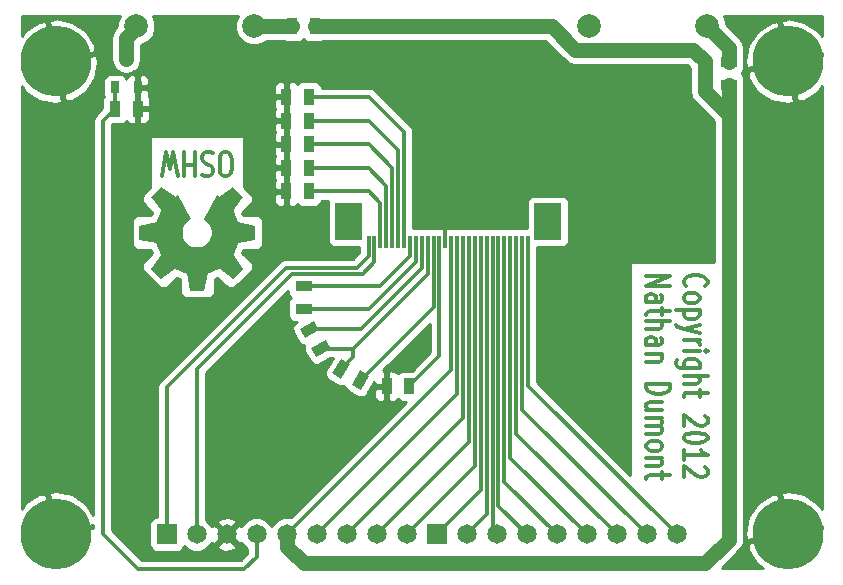
<source format=gtl>
G04 (created by PCBNEW-RS274X (2012-jan-04)-stable) date Tue 06 Mar 2012 12:01:17 GMT*
G01*
G70*
G90*
%MOIN*%
G04 Gerber Fmt 3.4, Leading zero omitted, Abs format*
%FSLAX34Y34*%
G04 APERTURE LIST*
%ADD10C,0.006000*%
%ADD11C,0.012000*%
%ADD12R,0.028000X0.039000*%
%ADD13R,0.035000X0.055000*%
%ADD14C,0.078700*%
%ADD15R,0.011800X0.043300*%
%ADD16R,0.055000X0.035000*%
%ADD17C,0.065000*%
%ADD18R,0.065000X0.065000*%
%ADD19C,0.236200*%
%ADD20C,0.011800*%
%ADD21C,0.050000*%
%ADD22C,0.010000*%
G04 APERTURE END LIST*
G54D10*
G54D11*
X50607Y-29020D02*
X50493Y-29020D01*
X50435Y-28982D01*
X50378Y-28906D01*
X50350Y-28754D01*
X50350Y-28487D01*
X50378Y-28334D01*
X50435Y-28258D01*
X50493Y-28220D01*
X50607Y-28220D01*
X50664Y-28258D01*
X50721Y-28334D01*
X50750Y-28487D01*
X50750Y-28754D01*
X50721Y-28906D01*
X50664Y-28982D01*
X50607Y-29020D01*
X50121Y-28258D02*
X50035Y-28220D01*
X49892Y-28220D01*
X49835Y-28258D01*
X49806Y-28296D01*
X49778Y-28373D01*
X49778Y-28449D01*
X49806Y-28525D01*
X49835Y-28563D01*
X49892Y-28601D01*
X50006Y-28639D01*
X50064Y-28677D01*
X50092Y-28715D01*
X50121Y-28792D01*
X50121Y-28868D01*
X50092Y-28944D01*
X50064Y-28982D01*
X50006Y-29020D01*
X49864Y-29020D01*
X49778Y-28982D01*
X49521Y-28220D02*
X49521Y-29020D01*
X49521Y-28639D02*
X49178Y-28639D01*
X49178Y-28220D02*
X49178Y-29020D01*
X48949Y-29020D02*
X48806Y-28220D01*
X48692Y-28792D01*
X48578Y-28220D01*
X48435Y-29020D01*
X65894Y-32690D02*
X65856Y-32661D01*
X65818Y-32575D01*
X65818Y-32518D01*
X65856Y-32433D01*
X65932Y-32375D01*
X66009Y-32347D01*
X66161Y-32318D01*
X66275Y-32318D01*
X66428Y-32347D01*
X66504Y-32375D01*
X66580Y-32433D01*
X66618Y-32518D01*
X66618Y-32575D01*
X66580Y-32661D01*
X66542Y-32690D01*
X65818Y-33033D02*
X65856Y-32975D01*
X65894Y-32947D01*
X65971Y-32918D01*
X66199Y-32918D01*
X66275Y-32947D01*
X66313Y-32975D01*
X66352Y-33033D01*
X66352Y-33118D01*
X66313Y-33175D01*
X66275Y-33204D01*
X66199Y-33233D01*
X65971Y-33233D01*
X65894Y-33204D01*
X65856Y-33175D01*
X65818Y-33118D01*
X65818Y-33033D01*
X66352Y-33490D02*
X65552Y-33490D01*
X66313Y-33490D02*
X66352Y-33547D01*
X66352Y-33661D01*
X66313Y-33718D01*
X66275Y-33747D01*
X66199Y-33776D01*
X65971Y-33776D01*
X65894Y-33747D01*
X65856Y-33718D01*
X65818Y-33661D01*
X65818Y-33547D01*
X65856Y-33490D01*
X66352Y-33976D02*
X65818Y-34119D01*
X66352Y-34261D02*
X65818Y-34119D01*
X65628Y-34061D01*
X65590Y-34033D01*
X65552Y-33976D01*
X65818Y-34490D02*
X66352Y-34490D01*
X66199Y-34490D02*
X66275Y-34518D01*
X66313Y-34547D01*
X66352Y-34604D01*
X66352Y-34661D01*
X65818Y-34861D02*
X66352Y-34861D01*
X66618Y-34861D02*
X66580Y-34832D01*
X66542Y-34861D01*
X66580Y-34889D01*
X66618Y-34861D01*
X66542Y-34861D01*
X66352Y-35404D02*
X65704Y-35404D01*
X65628Y-35375D01*
X65590Y-35347D01*
X65552Y-35290D01*
X65552Y-35204D01*
X65590Y-35147D01*
X65856Y-35404D02*
X65818Y-35347D01*
X65818Y-35233D01*
X65856Y-35175D01*
X65894Y-35147D01*
X65971Y-35118D01*
X66199Y-35118D01*
X66275Y-35147D01*
X66313Y-35175D01*
X66352Y-35233D01*
X66352Y-35347D01*
X66313Y-35404D01*
X65818Y-35690D02*
X66618Y-35690D01*
X65818Y-35947D02*
X66237Y-35947D01*
X66313Y-35918D01*
X66352Y-35861D01*
X66352Y-35776D01*
X66313Y-35718D01*
X66275Y-35690D01*
X66352Y-36147D02*
X66352Y-36376D01*
X66618Y-36233D02*
X65932Y-36233D01*
X65856Y-36261D01*
X65818Y-36319D01*
X65818Y-36376D01*
X66542Y-37004D02*
X66580Y-37033D01*
X66618Y-37090D01*
X66618Y-37233D01*
X66580Y-37290D01*
X66542Y-37319D01*
X66466Y-37347D01*
X66390Y-37347D01*
X66275Y-37319D01*
X65818Y-36976D01*
X65818Y-37347D01*
X66618Y-37718D02*
X66618Y-37775D01*
X66580Y-37832D01*
X66542Y-37861D01*
X66466Y-37890D01*
X66313Y-37918D01*
X66123Y-37918D01*
X65971Y-37890D01*
X65894Y-37861D01*
X65856Y-37832D01*
X65818Y-37775D01*
X65818Y-37718D01*
X65856Y-37661D01*
X65894Y-37632D01*
X65971Y-37604D01*
X66123Y-37575D01*
X66313Y-37575D01*
X66466Y-37604D01*
X66542Y-37632D01*
X66580Y-37661D01*
X66618Y-37718D01*
X65818Y-38489D02*
X65818Y-38146D01*
X65818Y-38318D02*
X66618Y-38318D01*
X66504Y-38261D01*
X66428Y-38203D01*
X66390Y-38146D01*
X66542Y-38717D02*
X66580Y-38746D01*
X66618Y-38803D01*
X66618Y-38946D01*
X66580Y-39003D01*
X66542Y-39032D01*
X66466Y-39060D01*
X66390Y-39060D01*
X66275Y-39032D01*
X65818Y-38689D01*
X65818Y-39060D01*
X64578Y-32344D02*
X65378Y-32344D01*
X64578Y-32687D01*
X65378Y-32687D01*
X64578Y-33230D02*
X64997Y-33230D01*
X65073Y-33201D01*
X65112Y-33144D01*
X65112Y-33030D01*
X65073Y-32973D01*
X64616Y-33230D02*
X64578Y-33173D01*
X64578Y-33030D01*
X64616Y-32973D01*
X64692Y-32944D01*
X64769Y-32944D01*
X64845Y-32973D01*
X64883Y-33030D01*
X64883Y-33173D01*
X64921Y-33230D01*
X65112Y-33430D02*
X65112Y-33659D01*
X65378Y-33516D02*
X64692Y-33516D01*
X64616Y-33544D01*
X64578Y-33602D01*
X64578Y-33659D01*
X64578Y-33859D02*
X65378Y-33859D01*
X64578Y-34116D02*
X64997Y-34116D01*
X65073Y-34087D01*
X65112Y-34030D01*
X65112Y-33945D01*
X65073Y-33887D01*
X65035Y-33859D01*
X64578Y-34659D02*
X64997Y-34659D01*
X65073Y-34630D01*
X65112Y-34573D01*
X65112Y-34459D01*
X65073Y-34402D01*
X64616Y-34659D02*
X64578Y-34602D01*
X64578Y-34459D01*
X64616Y-34402D01*
X64692Y-34373D01*
X64769Y-34373D01*
X64845Y-34402D01*
X64883Y-34459D01*
X64883Y-34602D01*
X64921Y-34659D01*
X65112Y-34945D02*
X64578Y-34945D01*
X65035Y-34945D02*
X65073Y-34973D01*
X65112Y-35031D01*
X65112Y-35116D01*
X65073Y-35173D01*
X64997Y-35202D01*
X64578Y-35202D01*
X64578Y-35945D02*
X65378Y-35945D01*
X65378Y-36088D01*
X65340Y-36173D01*
X65264Y-36231D01*
X65188Y-36259D01*
X65035Y-36288D01*
X64921Y-36288D01*
X64769Y-36259D01*
X64692Y-36231D01*
X64616Y-36173D01*
X64578Y-36088D01*
X64578Y-35945D01*
X65112Y-36802D02*
X64578Y-36802D01*
X65112Y-36545D02*
X64692Y-36545D01*
X64616Y-36573D01*
X64578Y-36631D01*
X64578Y-36716D01*
X64616Y-36773D01*
X64654Y-36802D01*
X64578Y-37088D02*
X65112Y-37088D01*
X65035Y-37088D02*
X65073Y-37116D01*
X65112Y-37174D01*
X65112Y-37259D01*
X65073Y-37316D01*
X64997Y-37345D01*
X64578Y-37345D01*
X64997Y-37345D02*
X65073Y-37374D01*
X65112Y-37431D01*
X65112Y-37516D01*
X65073Y-37574D01*
X64997Y-37602D01*
X64578Y-37602D01*
X64578Y-37974D02*
X64616Y-37916D01*
X64654Y-37888D01*
X64731Y-37859D01*
X64959Y-37859D01*
X65035Y-37888D01*
X65073Y-37916D01*
X65112Y-37974D01*
X65112Y-38059D01*
X65073Y-38116D01*
X65035Y-38145D01*
X64959Y-38174D01*
X64731Y-38174D01*
X64654Y-38145D01*
X64616Y-38116D01*
X64578Y-38059D01*
X64578Y-37974D01*
X65112Y-38431D02*
X64578Y-38431D01*
X65035Y-38431D02*
X65073Y-38459D01*
X65112Y-38517D01*
X65112Y-38602D01*
X65073Y-38659D01*
X64997Y-38688D01*
X64578Y-38688D01*
X65112Y-38888D02*
X65112Y-39117D01*
X65378Y-38974D02*
X64692Y-38974D01*
X64616Y-39002D01*
X64578Y-39060D01*
X64578Y-39117D01*
G54D12*
X47244Y-25119D03*
X46870Y-26063D03*
X47618Y-26063D03*
G54D13*
X46869Y-26772D03*
X47619Y-26772D03*
G54D14*
X62666Y-24016D03*
X66603Y-24016D03*
X51508Y-24016D03*
X47571Y-24016D03*
G54D15*
X57876Y-31201D03*
X58072Y-31201D03*
X58466Y-31201D03*
X58663Y-31201D03*
X58860Y-31201D03*
X59057Y-31201D03*
X59254Y-31201D03*
X59451Y-31201D03*
X59647Y-31201D03*
X59844Y-31201D03*
X60041Y-31201D03*
X60238Y-31201D03*
X60435Y-31201D03*
X60632Y-31201D03*
X57679Y-31201D03*
X55316Y-31201D03*
X55513Y-31201D03*
X55710Y-31201D03*
X55907Y-31201D03*
X56104Y-31201D03*
X56301Y-31201D03*
X56497Y-31201D03*
X56694Y-31201D03*
X56891Y-31201D03*
X57088Y-31201D03*
X57285Y-31201D03*
X58269Y-31201D03*
X57482Y-31201D03*
G54D10*
G36*
X60836Y-31142D02*
X60836Y-29922D01*
X61742Y-29922D01*
X61742Y-31142D01*
X60836Y-31142D01*
X60836Y-31142D01*
G37*
G36*
X54206Y-31142D02*
X54206Y-29922D01*
X55112Y-29922D01*
X55112Y-31142D01*
X54206Y-31142D01*
X54206Y-31142D01*
G37*
G54D13*
X52578Y-29528D03*
X53328Y-29528D03*
X52578Y-28741D03*
X53328Y-28741D03*
X52578Y-27953D03*
X53328Y-27953D03*
X52578Y-27166D03*
X53328Y-27166D03*
X52578Y-26378D03*
X53328Y-26378D03*
G54D10*
G36*
X53029Y-34111D02*
X53506Y-33836D01*
X53681Y-34139D01*
X53204Y-34414D01*
X53029Y-34111D01*
X53029Y-34111D01*
G37*
G36*
X53405Y-34761D02*
X53882Y-34486D01*
X54057Y-34789D01*
X53580Y-35064D01*
X53405Y-34761D01*
X53405Y-34761D01*
G37*
G36*
X55338Y-35667D02*
X55063Y-36144D01*
X54760Y-35969D01*
X55035Y-35492D01*
X55338Y-35667D01*
X55338Y-35667D01*
G37*
G36*
X54688Y-35293D02*
X54413Y-35770D01*
X54110Y-35595D01*
X54385Y-35118D01*
X54688Y-35293D01*
X54688Y-35293D01*
G37*
G54D16*
X53150Y-33447D03*
X53150Y-32697D03*
G54D13*
X56674Y-36024D03*
X55924Y-36024D03*
G54D16*
X67323Y-25966D03*
X67323Y-25216D03*
G54D13*
X53525Y-24016D03*
X52775Y-24016D03*
G54D17*
X52587Y-40965D03*
X53587Y-40965D03*
X54587Y-40965D03*
X55587Y-40965D03*
X56587Y-40965D03*
G54D18*
X48587Y-40965D03*
G54D17*
X49587Y-40965D03*
X50587Y-40965D03*
X51587Y-40965D03*
X61587Y-40965D03*
X62587Y-40965D03*
X63587Y-40965D03*
X64587Y-40965D03*
X65587Y-40965D03*
G54D18*
X57587Y-40965D03*
G54D17*
X58587Y-40965D03*
X59587Y-40965D03*
X60587Y-40965D03*
G54D10*
G36*
X49375Y-32841D02*
X49265Y-32251D01*
X49949Y-32251D01*
X49839Y-32841D01*
X49375Y-32841D01*
X49375Y-32841D01*
G37*
G36*
X48075Y-32110D02*
X48415Y-31615D01*
X48898Y-32098D01*
X48403Y-32438D01*
X48075Y-32110D01*
X48075Y-32110D01*
G37*
G36*
X47672Y-30674D02*
X48262Y-30564D01*
X48262Y-31248D01*
X47672Y-31138D01*
X47672Y-30674D01*
X47672Y-30674D01*
G37*
G36*
X48403Y-29374D02*
X48898Y-29714D01*
X48415Y-30197D01*
X48075Y-29702D01*
X48403Y-29374D01*
X48403Y-29374D01*
G37*
G36*
X50811Y-32438D02*
X50316Y-32098D01*
X50799Y-31615D01*
X51139Y-32110D01*
X50811Y-32438D01*
X50811Y-32438D01*
G37*
G36*
X51542Y-31138D02*
X50952Y-31248D01*
X50952Y-30564D01*
X51542Y-30674D01*
X51542Y-31138D01*
X51542Y-31138D01*
G37*
G36*
X51139Y-29702D02*
X50799Y-30197D01*
X50316Y-29714D01*
X50811Y-29374D01*
X51139Y-29702D01*
X51139Y-29702D01*
G37*
G36*
X49313Y-32300D02*
X49475Y-31398D01*
X49739Y-31398D01*
X49901Y-32300D01*
X49313Y-32300D01*
X49313Y-32300D01*
G37*
G36*
X49868Y-32306D02*
X49672Y-31411D01*
X49916Y-31310D01*
X50411Y-32081D01*
X49868Y-32306D01*
X49868Y-32306D01*
G37*
G36*
X48803Y-32081D02*
X49298Y-31310D01*
X49542Y-31411D01*
X49346Y-32306D01*
X48803Y-32081D01*
X48803Y-32081D01*
G37*
G36*
X48414Y-31683D02*
X49167Y-31160D01*
X49353Y-31346D01*
X48830Y-32099D01*
X48414Y-31683D01*
X48414Y-31683D01*
G37*
G36*
X50384Y-32099D02*
X49861Y-31346D01*
X50047Y-31160D01*
X50800Y-31683D01*
X50384Y-32099D01*
X50384Y-32099D01*
G37*
G36*
X48207Y-31167D02*
X49102Y-30971D01*
X49203Y-31215D01*
X48432Y-31710D01*
X48207Y-31167D01*
X48207Y-31167D01*
G37*
G36*
X50782Y-31710D02*
X50011Y-31215D01*
X50112Y-30971D01*
X51007Y-31167D01*
X50782Y-31710D01*
X50782Y-31710D01*
G37*
G36*
X48213Y-30612D02*
X49115Y-30774D01*
X49115Y-31038D01*
X48213Y-31200D01*
X48213Y-30612D01*
X48213Y-30612D01*
G37*
G36*
X51001Y-31200D02*
X50099Y-31038D01*
X50099Y-30774D01*
X51001Y-30612D01*
X51001Y-31200D01*
X51001Y-31200D01*
G37*
G36*
X51007Y-30645D02*
X50112Y-30841D01*
X50011Y-30597D01*
X50782Y-30102D01*
X51007Y-30645D01*
X51007Y-30645D01*
G37*
G36*
X48432Y-30102D02*
X49203Y-30597D01*
X49102Y-30841D01*
X48207Y-30645D01*
X48432Y-30102D01*
X48432Y-30102D01*
G37*
G36*
X48830Y-29713D02*
X49353Y-30466D01*
X49167Y-30652D01*
X48414Y-30129D01*
X48830Y-29713D01*
X48830Y-29713D01*
G37*
G36*
X50800Y-30129D02*
X50047Y-30652D01*
X49861Y-30466D01*
X50384Y-29713D01*
X50800Y-30129D01*
X50800Y-30129D01*
G37*
G36*
X50503Y-29828D02*
X49934Y-30533D01*
X49826Y-30461D01*
X50258Y-29665D01*
X50503Y-29828D01*
X50503Y-29828D01*
G37*
G36*
X48956Y-29665D02*
X49388Y-30461D01*
X49280Y-30533D01*
X48711Y-29828D01*
X48956Y-29665D01*
X48956Y-29665D01*
G37*
G54D19*
X69292Y-25197D03*
X69292Y-40945D03*
X44882Y-40945D03*
X44882Y-25197D03*
G54D20*
X58072Y-35480D02*
X52587Y-40965D01*
G54D21*
X66536Y-25197D02*
X66536Y-26182D01*
G54D20*
X58072Y-31201D02*
X58072Y-35480D01*
G54D21*
X67323Y-41143D02*
X66536Y-41930D01*
X66536Y-41930D02*
X53150Y-41930D01*
X53150Y-41930D02*
X52587Y-41367D01*
X52587Y-41367D02*
X52587Y-40965D01*
X67323Y-25966D02*
X67323Y-26969D01*
X67323Y-26969D02*
X67323Y-41143D01*
X61417Y-24016D02*
X53525Y-24016D01*
X61417Y-24016D02*
X62205Y-24804D01*
X62205Y-24804D02*
X66143Y-24804D01*
X66143Y-24804D02*
X66536Y-25197D01*
X66536Y-26182D02*
X67323Y-26969D01*
X67323Y-24736D02*
X66603Y-24016D01*
X67323Y-25216D02*
X67323Y-24736D01*
X52775Y-24016D02*
X51508Y-24016D01*
G54D20*
X57088Y-31201D02*
X57088Y-32086D01*
X55049Y-34125D02*
X53355Y-34125D01*
X57088Y-32086D02*
X55049Y-34125D01*
X54793Y-34775D02*
X54793Y-35050D01*
X54793Y-35050D02*
X54399Y-35444D01*
X57285Y-31201D02*
X57285Y-32283D01*
X54793Y-34775D02*
X53731Y-34775D01*
X57285Y-32283D02*
X54793Y-34775D01*
X56891Y-31201D02*
X56891Y-31889D01*
X55333Y-33447D02*
X53150Y-33447D01*
X56891Y-31889D02*
X55333Y-33447D01*
X53150Y-32697D02*
X55689Y-32697D01*
X56696Y-31201D02*
X56694Y-31201D01*
X56696Y-31690D02*
X56696Y-31201D01*
X55689Y-32697D02*
X56696Y-31690D01*
X57482Y-31201D02*
X57482Y-33385D01*
X57482Y-33385D02*
X55049Y-35818D01*
G54D21*
X47571Y-24016D02*
X47571Y-24083D01*
X47244Y-24410D02*
X47244Y-25119D01*
X47571Y-24083D02*
X47244Y-24410D01*
G54D20*
X51587Y-40965D02*
X51587Y-41720D01*
X46457Y-27184D02*
X46869Y-26772D01*
X46457Y-40945D02*
X46457Y-27184D01*
X47638Y-42126D02*
X46457Y-40945D01*
X51181Y-42126D02*
X47638Y-42126D01*
X51587Y-41720D02*
X51181Y-42126D01*
X46870Y-26771D02*
X46869Y-26772D01*
X46870Y-26063D02*
X46870Y-26771D01*
X53328Y-29528D02*
X55315Y-29528D01*
X55710Y-29923D02*
X55710Y-31201D01*
X55315Y-29528D02*
X55710Y-29923D01*
X55315Y-28741D02*
X53328Y-28741D01*
X55907Y-29333D02*
X55315Y-28741D01*
X55907Y-31201D02*
X55907Y-29333D01*
X56104Y-31201D02*
X56104Y-28742D01*
X55315Y-27953D02*
X53328Y-27953D01*
X56104Y-28742D02*
X55315Y-27953D01*
X56301Y-28152D02*
X55315Y-27166D01*
X55315Y-27166D02*
X53328Y-27166D01*
X56301Y-31201D02*
X56301Y-28152D01*
X56497Y-31201D02*
X56497Y-27560D01*
X55315Y-26378D02*
X53328Y-26378D01*
X56497Y-27560D02*
X55315Y-26378D01*
X57679Y-35019D02*
X56674Y-36024D01*
X57679Y-31201D02*
X57679Y-35019D01*
X57876Y-30514D02*
X57874Y-30512D01*
X57876Y-31201D02*
X57876Y-30514D01*
X49587Y-40965D02*
X49587Y-35453D01*
X55513Y-31889D02*
X55513Y-31201D01*
X55118Y-32284D02*
X55513Y-31889D01*
X52756Y-32284D02*
X55118Y-32284D01*
X49587Y-35453D02*
X52756Y-32284D01*
X59057Y-31201D02*
X59057Y-39495D01*
X59057Y-39495D02*
X57587Y-40965D01*
X59254Y-31201D02*
X59254Y-40298D01*
X59254Y-40298D02*
X58587Y-40965D01*
X59451Y-31201D02*
X59451Y-40829D01*
X59451Y-40829D02*
X59587Y-40965D01*
X59647Y-31201D02*
X59647Y-40025D01*
X59647Y-40025D02*
X60587Y-40965D01*
X59844Y-31201D02*
X59844Y-39222D01*
X59844Y-39222D02*
X61587Y-40965D01*
X60041Y-31201D02*
X60041Y-38419D01*
X60041Y-38419D02*
X62587Y-40965D01*
X58269Y-31201D02*
X58269Y-36283D01*
X58269Y-36283D02*
X53587Y-40965D01*
X60238Y-31201D02*
X60238Y-37616D01*
X60238Y-37616D02*
X63587Y-40965D01*
X58466Y-31201D02*
X58466Y-37086D01*
X58466Y-37086D02*
X54587Y-40965D01*
X60435Y-31201D02*
X60435Y-36813D01*
X60435Y-36813D02*
X64587Y-40965D01*
X58663Y-31201D02*
X58663Y-37889D01*
X58663Y-37889D02*
X55587Y-40965D01*
X60632Y-31201D02*
X60632Y-36010D01*
X60632Y-36010D02*
X65587Y-40965D01*
X58860Y-31201D02*
X58860Y-38692D01*
X58860Y-38692D02*
X56587Y-40965D01*
X55316Y-31201D02*
X55316Y-31693D01*
X48587Y-36059D02*
X48587Y-40965D01*
X52559Y-32087D02*
X48587Y-36059D01*
X54922Y-32087D02*
X52559Y-32087D01*
X55316Y-31693D02*
X54922Y-32087D01*
G54D10*
G36*
X66823Y-31891D02*
X64032Y-31891D01*
X64032Y-38973D01*
X60941Y-35882D01*
X60941Y-31391D01*
X61791Y-31391D01*
X61883Y-31353D01*
X61953Y-31283D01*
X61991Y-31192D01*
X61991Y-31093D01*
X61991Y-29873D01*
X61953Y-29781D01*
X61883Y-29711D01*
X61792Y-29673D01*
X61693Y-29673D01*
X60787Y-29673D01*
X60695Y-29711D01*
X60625Y-29781D01*
X60587Y-29872D01*
X60587Y-29971D01*
X60587Y-30736D01*
X60544Y-30736D01*
X60524Y-30736D01*
X60445Y-30736D01*
X60347Y-30736D01*
X60327Y-30736D01*
X60248Y-30736D01*
X60150Y-30736D01*
X60130Y-30736D01*
X60051Y-30736D01*
X59953Y-30736D01*
X59933Y-30736D01*
X59854Y-30736D01*
X59756Y-30736D01*
X59736Y-30736D01*
X59657Y-30736D01*
X59560Y-30736D01*
X59539Y-30736D01*
X59461Y-30736D01*
X59363Y-30736D01*
X59343Y-30736D01*
X59264Y-30736D01*
X59166Y-30736D01*
X59146Y-30736D01*
X59067Y-30736D01*
X58969Y-30736D01*
X58949Y-30736D01*
X58870Y-30736D01*
X58772Y-30736D01*
X58752Y-30736D01*
X58673Y-30736D01*
X58575Y-30736D01*
X58555Y-30736D01*
X58476Y-30736D01*
X58378Y-30736D01*
X58358Y-30736D01*
X58279Y-30736D01*
X58181Y-30736D01*
X58161Y-30736D01*
X58082Y-30736D01*
X57984Y-30736D01*
X57967Y-30735D01*
X57966Y-30736D01*
X57964Y-30736D01*
X57875Y-30772D01*
X57788Y-30736D01*
X57786Y-30736D01*
X57785Y-30735D01*
X57768Y-30736D01*
X57689Y-30736D01*
X57591Y-30736D01*
X57571Y-30736D01*
X57492Y-30736D01*
X57394Y-30736D01*
X57374Y-30736D01*
X57295Y-30736D01*
X57197Y-30736D01*
X57177Y-30736D01*
X57098Y-30736D01*
X57000Y-30736D01*
X56980Y-30736D01*
X56901Y-30736D01*
X56806Y-30736D01*
X56806Y-27560D01*
X56785Y-27461D01*
X56782Y-27442D01*
X56782Y-27441D01*
X56715Y-27342D01*
X56715Y-27341D01*
X55533Y-26160D01*
X55433Y-26093D01*
X55315Y-26069D01*
X53752Y-26069D01*
X53752Y-26054D01*
X53714Y-25962D01*
X53644Y-25892D01*
X53553Y-25854D01*
X53454Y-25854D01*
X53104Y-25854D01*
X53012Y-25892D01*
X52953Y-25951D01*
X52894Y-25892D01*
X52802Y-25854D01*
X52690Y-25853D01*
X52628Y-25915D01*
X52628Y-26278D01*
X52628Y-26328D01*
X52628Y-26428D01*
X52628Y-26478D01*
X52628Y-26703D01*
X52628Y-26841D01*
X52628Y-27066D01*
X52628Y-27116D01*
X52628Y-27216D01*
X52628Y-27266D01*
X52628Y-27490D01*
X52628Y-27629D01*
X52628Y-27853D01*
X52628Y-27903D01*
X52628Y-28003D01*
X52628Y-28053D01*
X52628Y-28278D01*
X52628Y-28416D01*
X52628Y-28641D01*
X52628Y-28691D01*
X52628Y-28791D01*
X52628Y-28841D01*
X52628Y-29065D01*
X52628Y-29204D01*
X52628Y-29428D01*
X52628Y-29478D01*
X52628Y-29578D01*
X52628Y-29628D01*
X52628Y-29991D01*
X52690Y-30053D01*
X52802Y-30052D01*
X52894Y-30014D01*
X52953Y-29955D01*
X53012Y-30014D01*
X53103Y-30052D01*
X53202Y-30052D01*
X53552Y-30052D01*
X53644Y-30014D01*
X53714Y-29944D01*
X53752Y-29853D01*
X53752Y-29837D01*
X53971Y-29837D01*
X53957Y-29872D01*
X53957Y-29971D01*
X53957Y-31191D01*
X53995Y-31283D01*
X54065Y-31353D01*
X54156Y-31391D01*
X54255Y-31391D01*
X55007Y-31391D01*
X55007Y-31565D01*
X54794Y-31778D01*
X52559Y-31778D01*
X52528Y-31784D01*
X52528Y-29991D01*
X52528Y-29578D01*
X52528Y-29478D01*
X52528Y-29204D01*
X52528Y-29065D01*
X52528Y-28791D01*
X52528Y-28691D01*
X52528Y-28416D01*
X52528Y-28278D01*
X52528Y-28003D01*
X52528Y-27903D01*
X52528Y-27629D01*
X52528Y-27490D01*
X52528Y-27216D01*
X52528Y-27116D01*
X52528Y-26841D01*
X52528Y-26703D01*
X52528Y-26428D01*
X52528Y-26328D01*
X52528Y-25915D01*
X52466Y-25853D01*
X52354Y-25854D01*
X52262Y-25892D01*
X52192Y-25962D01*
X52154Y-26053D01*
X52154Y-26152D01*
X52153Y-26266D01*
X52215Y-26328D01*
X52528Y-26328D01*
X52528Y-26428D01*
X52215Y-26428D01*
X52153Y-26490D01*
X52154Y-26604D01*
X52154Y-26703D01*
X52182Y-26772D01*
X52154Y-26841D01*
X52154Y-26940D01*
X52153Y-27054D01*
X52215Y-27116D01*
X52528Y-27116D01*
X52528Y-27216D01*
X52215Y-27216D01*
X52153Y-27278D01*
X52154Y-27392D01*
X52154Y-27491D01*
X52182Y-27559D01*
X52154Y-27628D01*
X52154Y-27727D01*
X52153Y-27841D01*
X52215Y-27903D01*
X52528Y-27903D01*
X52528Y-28003D01*
X52215Y-28003D01*
X52153Y-28065D01*
X52154Y-28179D01*
X52154Y-28278D01*
X52182Y-28347D01*
X52154Y-28416D01*
X52154Y-28515D01*
X52153Y-28629D01*
X52215Y-28691D01*
X52528Y-28691D01*
X52528Y-28791D01*
X52215Y-28791D01*
X52153Y-28853D01*
X52154Y-28967D01*
X52154Y-29066D01*
X52182Y-29134D01*
X52154Y-29203D01*
X52154Y-29302D01*
X52153Y-29416D01*
X52215Y-29478D01*
X52528Y-29478D01*
X52528Y-29578D01*
X52215Y-29578D01*
X52153Y-29640D01*
X52154Y-29754D01*
X52154Y-29853D01*
X52192Y-29944D01*
X52262Y-30014D01*
X52354Y-30052D01*
X52466Y-30053D01*
X52528Y-29991D01*
X52528Y-31784D01*
X52441Y-31802D01*
X52340Y-31869D01*
X51791Y-32418D01*
X51791Y-31298D01*
X51791Y-31199D01*
X51791Y-30515D01*
X51753Y-30423D01*
X51683Y-30353D01*
X51592Y-30315D01*
X51493Y-30315D01*
X51139Y-30315D01*
X51108Y-30240D01*
X51427Y-29922D01*
X51465Y-29830D01*
X51465Y-29731D01*
X51428Y-29640D01*
X51358Y-29570D01*
X51174Y-29386D01*
X51174Y-27674D01*
X48044Y-27674D01*
X48044Y-26884D01*
X48044Y-26660D01*
X48043Y-26546D01*
X48043Y-26447D01*
X48005Y-26356D01*
X47992Y-26343D01*
X48007Y-26308D01*
X48007Y-26209D01*
X48008Y-26175D01*
X48008Y-25951D01*
X48007Y-25917D01*
X48007Y-25818D01*
X47969Y-25727D01*
X47899Y-25657D01*
X47807Y-25619D01*
X47730Y-25618D01*
X47668Y-25680D01*
X47668Y-26013D01*
X47946Y-26013D01*
X48008Y-25951D01*
X48008Y-26175D01*
X47946Y-26113D01*
X47668Y-26113D01*
X47668Y-26446D01*
X47669Y-26447D01*
X47669Y-26722D01*
X47982Y-26722D01*
X48044Y-26660D01*
X48044Y-26884D01*
X47982Y-26822D01*
X47669Y-26822D01*
X47669Y-27235D01*
X47731Y-27297D01*
X47843Y-27296D01*
X47935Y-27258D01*
X48005Y-27188D01*
X48043Y-27097D01*
X48043Y-26998D01*
X48044Y-26884D01*
X48044Y-27674D01*
X48039Y-27674D01*
X48039Y-29387D01*
X47787Y-29639D01*
X47749Y-29731D01*
X47749Y-29830D01*
X47786Y-29921D01*
X47856Y-29991D01*
X48105Y-30240D01*
X48074Y-30315D01*
X47623Y-30315D01*
X47531Y-30353D01*
X47461Y-30423D01*
X47423Y-30514D01*
X47423Y-30613D01*
X47423Y-31297D01*
X47461Y-31389D01*
X47531Y-31459D01*
X47622Y-31497D01*
X47721Y-31497D01*
X48074Y-31497D01*
X48105Y-31571D01*
X47787Y-31890D01*
X47749Y-31982D01*
X47749Y-32081D01*
X47786Y-32172D01*
X47856Y-32242D01*
X48340Y-32726D01*
X48432Y-32764D01*
X48531Y-32764D01*
X48622Y-32727D01*
X48692Y-32657D01*
X48941Y-32407D01*
X49016Y-32438D01*
X49016Y-32890D01*
X49054Y-32982D01*
X49124Y-33052D01*
X49215Y-33090D01*
X49314Y-33090D01*
X49998Y-33090D01*
X50090Y-33052D01*
X50160Y-32982D01*
X50198Y-32891D01*
X50198Y-32792D01*
X50198Y-32438D01*
X50272Y-32407D01*
X50591Y-32726D01*
X50683Y-32764D01*
X50782Y-32764D01*
X50873Y-32727D01*
X50943Y-32657D01*
X51427Y-32173D01*
X51465Y-32081D01*
X51465Y-31982D01*
X51428Y-31891D01*
X51358Y-31821D01*
X51108Y-31571D01*
X51139Y-31497D01*
X51591Y-31497D01*
X51683Y-31459D01*
X51753Y-31389D01*
X51791Y-31298D01*
X51791Y-32418D01*
X48369Y-35841D01*
X48302Y-35941D01*
X48278Y-36059D01*
X48278Y-40391D01*
X48213Y-40391D01*
X48121Y-40429D01*
X48051Y-40499D01*
X48013Y-40590D01*
X48013Y-40689D01*
X48013Y-41339D01*
X48051Y-41431D01*
X48121Y-41501D01*
X48212Y-41539D01*
X48311Y-41539D01*
X48961Y-41539D01*
X49053Y-41501D01*
X49123Y-41431D01*
X49157Y-41348D01*
X49261Y-41452D01*
X49472Y-41540D01*
X49701Y-41540D01*
X49912Y-41453D01*
X50074Y-41291D01*
X50090Y-41250D01*
X50095Y-41261D01*
X50191Y-41290D01*
X50516Y-40965D01*
X50191Y-40640D01*
X50095Y-40669D01*
X50091Y-40679D01*
X50075Y-40640D01*
X49913Y-40478D01*
X49896Y-40470D01*
X49896Y-35580D01*
X52626Y-32850D01*
X52626Y-32921D01*
X52664Y-33013D01*
X52723Y-33072D01*
X52664Y-33131D01*
X52626Y-33222D01*
X52626Y-33321D01*
X52626Y-33671D01*
X52664Y-33763D01*
X52734Y-33833D01*
X52825Y-33871D01*
X52924Y-33871D01*
X52946Y-33871D01*
X52862Y-33920D01*
X52802Y-33999D01*
X52776Y-34094D01*
X52789Y-34192D01*
X52838Y-34278D01*
X53013Y-34581D01*
X53092Y-34642D01*
X53174Y-34663D01*
X53152Y-34744D01*
X53165Y-34842D01*
X53214Y-34928D01*
X53389Y-35231D01*
X53468Y-35292D01*
X53564Y-35317D01*
X53662Y-35305D01*
X53747Y-35255D01*
X54043Y-35084D01*
X54117Y-35084D01*
X53870Y-35513D01*
X53857Y-35611D01*
X53882Y-35707D01*
X53942Y-35785D01*
X54028Y-35835D01*
X54331Y-36010D01*
X54430Y-36023D01*
X54511Y-36000D01*
X54532Y-36081D01*
X54592Y-36159D01*
X54678Y-36209D01*
X54981Y-36384D01*
X55080Y-36397D01*
X55175Y-36371D01*
X55254Y-36311D01*
X55303Y-36226D01*
X55499Y-35885D01*
X55499Y-35912D01*
X55561Y-35974D01*
X55874Y-35974D01*
X55874Y-35561D01*
X55812Y-35499D01*
X55804Y-35499D01*
X57370Y-33933D01*
X57370Y-34891D01*
X56761Y-35500D01*
X56450Y-35500D01*
X56358Y-35538D01*
X56299Y-35597D01*
X56240Y-35538D01*
X56148Y-35500D01*
X56036Y-35499D01*
X55974Y-35561D01*
X55974Y-35924D01*
X55974Y-35974D01*
X55974Y-36074D01*
X55974Y-36124D01*
X55974Y-36487D01*
X56036Y-36549D01*
X56148Y-36548D01*
X56240Y-36510D01*
X56299Y-36451D01*
X56358Y-36510D01*
X56449Y-36548D01*
X56548Y-36548D01*
X56567Y-36548D01*
X55874Y-37241D01*
X55874Y-36487D01*
X55874Y-36074D01*
X55561Y-36074D01*
X55499Y-36136D01*
X55500Y-36250D01*
X55500Y-36349D01*
X55538Y-36440D01*
X55608Y-36510D01*
X55700Y-36548D01*
X55812Y-36549D01*
X55874Y-36487D01*
X55874Y-37241D01*
X52718Y-40397D01*
X52702Y-40390D01*
X52473Y-40390D01*
X52262Y-40477D01*
X52100Y-40639D01*
X52087Y-40669D01*
X52075Y-40640D01*
X51913Y-40478D01*
X51702Y-40390D01*
X51473Y-40390D01*
X51262Y-40477D01*
X51100Y-40639D01*
X51083Y-40679D01*
X51079Y-40669D01*
X50983Y-40640D01*
X50912Y-40711D01*
X50912Y-40569D01*
X50883Y-40473D01*
X50671Y-40397D01*
X50448Y-40409D01*
X50291Y-40473D01*
X50262Y-40569D01*
X50587Y-40894D01*
X50912Y-40569D01*
X50912Y-40711D01*
X50658Y-40965D01*
X50983Y-41290D01*
X51079Y-41261D01*
X51082Y-41250D01*
X51099Y-41290D01*
X51261Y-41452D01*
X51278Y-41459D01*
X51278Y-41592D01*
X51053Y-41817D01*
X50912Y-41817D01*
X50912Y-41361D01*
X50587Y-41036D01*
X50262Y-41361D01*
X50291Y-41457D01*
X50503Y-41533D01*
X50726Y-41521D01*
X50883Y-41457D01*
X50912Y-41361D01*
X50912Y-41817D01*
X47765Y-41817D01*
X46766Y-40817D01*
X46766Y-27311D01*
X46781Y-27296D01*
X47093Y-27296D01*
X47185Y-27258D01*
X47244Y-27199D01*
X47303Y-27258D01*
X47395Y-27296D01*
X47507Y-27297D01*
X47569Y-27235D01*
X47569Y-26872D01*
X47569Y-26822D01*
X47569Y-26722D01*
X47569Y-26672D01*
X47569Y-26309D01*
X47568Y-26308D01*
X47568Y-26163D01*
X47568Y-26113D01*
X47568Y-26013D01*
X47568Y-25963D01*
X47568Y-25680D01*
X47506Y-25618D01*
X47429Y-25619D01*
X47337Y-25657D01*
X47267Y-25727D01*
X47243Y-25782D01*
X47221Y-25727D01*
X47151Y-25657D01*
X47060Y-25619D01*
X46961Y-25619D01*
X46681Y-25619D01*
X46589Y-25657D01*
X46519Y-25727D01*
X46481Y-25818D01*
X46481Y-25917D01*
X46481Y-26307D01*
X46495Y-26343D01*
X46483Y-26356D01*
X46445Y-26447D01*
X46445Y-26546D01*
X46445Y-26759D01*
X46314Y-26890D01*
X46314Y-25203D01*
X46313Y-25189D01*
X46233Y-24978D01*
X46214Y-24981D01*
X46214Y-24880D01*
X46206Y-24654D01*
X45898Y-24188D01*
X45435Y-23876D01*
X44888Y-23765D01*
X44874Y-23766D01*
X44663Y-23846D01*
X44921Y-25138D01*
X46214Y-24880D01*
X46214Y-24981D01*
X44941Y-25236D01*
X45199Y-26529D01*
X45425Y-26521D01*
X45891Y-26213D01*
X46203Y-25750D01*
X46314Y-25203D01*
X46314Y-26890D01*
X46239Y-26966D01*
X46172Y-27066D01*
X46148Y-27184D01*
X46148Y-40314D01*
X45898Y-39936D01*
X45435Y-39624D01*
X44888Y-39513D01*
X44874Y-39514D01*
X44663Y-39594D01*
X44921Y-40886D01*
X46148Y-40641D01*
X46148Y-40742D01*
X45041Y-40963D01*
X44988Y-40910D01*
X44882Y-41016D01*
X44780Y-40914D01*
X44823Y-40906D01*
X44565Y-39613D01*
X44339Y-39621D01*
X43873Y-39929D01*
X43751Y-40110D01*
X43751Y-26032D01*
X43866Y-26206D01*
X44329Y-26518D01*
X44876Y-26629D01*
X44890Y-26628D01*
X45101Y-26548D01*
X44843Y-25256D01*
X43751Y-25473D01*
X43751Y-25372D01*
X44823Y-25158D01*
X44565Y-23865D01*
X44339Y-23873D01*
X43873Y-24181D01*
X43751Y-24362D01*
X43751Y-23672D01*
X47018Y-23672D01*
X46928Y-23887D01*
X46928Y-24018D01*
X46890Y-24056D01*
X46782Y-24218D01*
X46743Y-24410D01*
X46744Y-24414D01*
X46744Y-25119D01*
X46782Y-25310D01*
X46890Y-25473D01*
X46952Y-25514D01*
X46963Y-25525D01*
X46977Y-25531D01*
X47053Y-25581D01*
X47244Y-25619D01*
X47435Y-25581D01*
X47510Y-25531D01*
X47525Y-25525D01*
X47535Y-25514D01*
X47598Y-25473D01*
X47706Y-25310D01*
X47744Y-25119D01*
X47744Y-24639D01*
X47934Y-24561D01*
X48115Y-24381D01*
X48214Y-24145D01*
X48214Y-23889D01*
X48123Y-23672D01*
X50955Y-23672D01*
X50865Y-23887D01*
X50865Y-24143D01*
X50963Y-24379D01*
X51143Y-24560D01*
X51379Y-24659D01*
X51635Y-24659D01*
X51871Y-24561D01*
X51916Y-24516D01*
X52492Y-24516D01*
X52550Y-24540D01*
X52649Y-24540D01*
X52999Y-24540D01*
X53091Y-24502D01*
X53150Y-24443D01*
X53209Y-24502D01*
X53300Y-24540D01*
X53399Y-24540D01*
X53749Y-24540D01*
X53807Y-24516D01*
X61209Y-24516D01*
X61849Y-25155D01*
X61851Y-25158D01*
X62013Y-25265D01*
X62014Y-25266D01*
X62205Y-25304D01*
X65935Y-25304D01*
X66036Y-25404D01*
X66036Y-26177D01*
X66035Y-26182D01*
X66074Y-26374D01*
X66182Y-26536D01*
X66823Y-27176D01*
X66823Y-31891D01*
X66823Y-31891D01*
G37*
G54D22*
X66823Y-31891D02*
X64032Y-31891D01*
X64032Y-38973D01*
X60941Y-35882D01*
X60941Y-31391D01*
X61791Y-31391D01*
X61883Y-31353D01*
X61953Y-31283D01*
X61991Y-31192D01*
X61991Y-31093D01*
X61991Y-29873D01*
X61953Y-29781D01*
X61883Y-29711D01*
X61792Y-29673D01*
X61693Y-29673D01*
X60787Y-29673D01*
X60695Y-29711D01*
X60625Y-29781D01*
X60587Y-29872D01*
X60587Y-29971D01*
X60587Y-30736D01*
X60544Y-30736D01*
X60524Y-30736D01*
X60445Y-30736D01*
X60347Y-30736D01*
X60327Y-30736D01*
X60248Y-30736D01*
X60150Y-30736D01*
X60130Y-30736D01*
X60051Y-30736D01*
X59953Y-30736D01*
X59933Y-30736D01*
X59854Y-30736D01*
X59756Y-30736D01*
X59736Y-30736D01*
X59657Y-30736D01*
X59560Y-30736D01*
X59539Y-30736D01*
X59461Y-30736D01*
X59363Y-30736D01*
X59343Y-30736D01*
X59264Y-30736D01*
X59166Y-30736D01*
X59146Y-30736D01*
X59067Y-30736D01*
X58969Y-30736D01*
X58949Y-30736D01*
X58870Y-30736D01*
X58772Y-30736D01*
X58752Y-30736D01*
X58673Y-30736D01*
X58575Y-30736D01*
X58555Y-30736D01*
X58476Y-30736D01*
X58378Y-30736D01*
X58358Y-30736D01*
X58279Y-30736D01*
X58181Y-30736D01*
X58161Y-30736D01*
X58082Y-30736D01*
X57984Y-30736D01*
X57967Y-30735D01*
X57966Y-30736D01*
X57964Y-30736D01*
X57875Y-30772D01*
X57788Y-30736D01*
X57786Y-30736D01*
X57785Y-30735D01*
X57768Y-30736D01*
X57689Y-30736D01*
X57591Y-30736D01*
X57571Y-30736D01*
X57492Y-30736D01*
X57394Y-30736D01*
X57374Y-30736D01*
X57295Y-30736D01*
X57197Y-30736D01*
X57177Y-30736D01*
X57098Y-30736D01*
X57000Y-30736D01*
X56980Y-30736D01*
X56901Y-30736D01*
X56806Y-30736D01*
X56806Y-27560D01*
X56785Y-27461D01*
X56782Y-27442D01*
X56782Y-27441D01*
X56715Y-27342D01*
X56715Y-27341D01*
X55533Y-26160D01*
X55433Y-26093D01*
X55315Y-26069D01*
X53752Y-26069D01*
X53752Y-26054D01*
X53714Y-25962D01*
X53644Y-25892D01*
X53553Y-25854D01*
X53454Y-25854D01*
X53104Y-25854D01*
X53012Y-25892D01*
X52953Y-25951D01*
X52894Y-25892D01*
X52802Y-25854D01*
X52690Y-25853D01*
X52628Y-25915D01*
X52628Y-26278D01*
X52628Y-26328D01*
X52628Y-26428D01*
X52628Y-26478D01*
X52628Y-26703D01*
X52628Y-26841D01*
X52628Y-27066D01*
X52628Y-27116D01*
X52628Y-27216D01*
X52628Y-27266D01*
X52628Y-27490D01*
X52628Y-27629D01*
X52628Y-27853D01*
X52628Y-27903D01*
X52628Y-28003D01*
X52628Y-28053D01*
X52628Y-28278D01*
X52628Y-28416D01*
X52628Y-28641D01*
X52628Y-28691D01*
X52628Y-28791D01*
X52628Y-28841D01*
X52628Y-29065D01*
X52628Y-29204D01*
X52628Y-29428D01*
X52628Y-29478D01*
X52628Y-29578D01*
X52628Y-29628D01*
X52628Y-29991D01*
X52690Y-30053D01*
X52802Y-30052D01*
X52894Y-30014D01*
X52953Y-29955D01*
X53012Y-30014D01*
X53103Y-30052D01*
X53202Y-30052D01*
X53552Y-30052D01*
X53644Y-30014D01*
X53714Y-29944D01*
X53752Y-29853D01*
X53752Y-29837D01*
X53971Y-29837D01*
X53957Y-29872D01*
X53957Y-29971D01*
X53957Y-31191D01*
X53995Y-31283D01*
X54065Y-31353D01*
X54156Y-31391D01*
X54255Y-31391D01*
X55007Y-31391D01*
X55007Y-31565D01*
X54794Y-31778D01*
X52559Y-31778D01*
X52528Y-31784D01*
X52528Y-29991D01*
X52528Y-29578D01*
X52528Y-29478D01*
X52528Y-29204D01*
X52528Y-29065D01*
X52528Y-28791D01*
X52528Y-28691D01*
X52528Y-28416D01*
X52528Y-28278D01*
X52528Y-28003D01*
X52528Y-27903D01*
X52528Y-27629D01*
X52528Y-27490D01*
X52528Y-27216D01*
X52528Y-27116D01*
X52528Y-26841D01*
X52528Y-26703D01*
X52528Y-26428D01*
X52528Y-26328D01*
X52528Y-25915D01*
X52466Y-25853D01*
X52354Y-25854D01*
X52262Y-25892D01*
X52192Y-25962D01*
X52154Y-26053D01*
X52154Y-26152D01*
X52153Y-26266D01*
X52215Y-26328D01*
X52528Y-26328D01*
X52528Y-26428D01*
X52215Y-26428D01*
X52153Y-26490D01*
X52154Y-26604D01*
X52154Y-26703D01*
X52182Y-26772D01*
X52154Y-26841D01*
X52154Y-26940D01*
X52153Y-27054D01*
X52215Y-27116D01*
X52528Y-27116D01*
X52528Y-27216D01*
X52215Y-27216D01*
X52153Y-27278D01*
X52154Y-27392D01*
X52154Y-27491D01*
X52182Y-27559D01*
X52154Y-27628D01*
X52154Y-27727D01*
X52153Y-27841D01*
X52215Y-27903D01*
X52528Y-27903D01*
X52528Y-28003D01*
X52215Y-28003D01*
X52153Y-28065D01*
X52154Y-28179D01*
X52154Y-28278D01*
X52182Y-28347D01*
X52154Y-28416D01*
X52154Y-28515D01*
X52153Y-28629D01*
X52215Y-28691D01*
X52528Y-28691D01*
X52528Y-28791D01*
X52215Y-28791D01*
X52153Y-28853D01*
X52154Y-28967D01*
X52154Y-29066D01*
X52182Y-29134D01*
X52154Y-29203D01*
X52154Y-29302D01*
X52153Y-29416D01*
X52215Y-29478D01*
X52528Y-29478D01*
X52528Y-29578D01*
X52215Y-29578D01*
X52153Y-29640D01*
X52154Y-29754D01*
X52154Y-29853D01*
X52192Y-29944D01*
X52262Y-30014D01*
X52354Y-30052D01*
X52466Y-30053D01*
X52528Y-29991D01*
X52528Y-31784D01*
X52441Y-31802D01*
X52340Y-31869D01*
X51791Y-32418D01*
X51791Y-31298D01*
X51791Y-31199D01*
X51791Y-30515D01*
X51753Y-30423D01*
X51683Y-30353D01*
X51592Y-30315D01*
X51493Y-30315D01*
X51139Y-30315D01*
X51108Y-30240D01*
X51427Y-29922D01*
X51465Y-29830D01*
X51465Y-29731D01*
X51428Y-29640D01*
X51358Y-29570D01*
X51174Y-29386D01*
X51174Y-27674D01*
X48044Y-27674D01*
X48044Y-26884D01*
X48044Y-26660D01*
X48043Y-26546D01*
X48043Y-26447D01*
X48005Y-26356D01*
X47992Y-26343D01*
X48007Y-26308D01*
X48007Y-26209D01*
X48008Y-26175D01*
X48008Y-25951D01*
X48007Y-25917D01*
X48007Y-25818D01*
X47969Y-25727D01*
X47899Y-25657D01*
X47807Y-25619D01*
X47730Y-25618D01*
X47668Y-25680D01*
X47668Y-26013D01*
X47946Y-26013D01*
X48008Y-25951D01*
X48008Y-26175D01*
X47946Y-26113D01*
X47668Y-26113D01*
X47668Y-26446D01*
X47669Y-26447D01*
X47669Y-26722D01*
X47982Y-26722D01*
X48044Y-26660D01*
X48044Y-26884D01*
X47982Y-26822D01*
X47669Y-26822D01*
X47669Y-27235D01*
X47731Y-27297D01*
X47843Y-27296D01*
X47935Y-27258D01*
X48005Y-27188D01*
X48043Y-27097D01*
X48043Y-26998D01*
X48044Y-26884D01*
X48044Y-27674D01*
X48039Y-27674D01*
X48039Y-29387D01*
X47787Y-29639D01*
X47749Y-29731D01*
X47749Y-29830D01*
X47786Y-29921D01*
X47856Y-29991D01*
X48105Y-30240D01*
X48074Y-30315D01*
X47623Y-30315D01*
X47531Y-30353D01*
X47461Y-30423D01*
X47423Y-30514D01*
X47423Y-30613D01*
X47423Y-31297D01*
X47461Y-31389D01*
X47531Y-31459D01*
X47622Y-31497D01*
X47721Y-31497D01*
X48074Y-31497D01*
X48105Y-31571D01*
X47787Y-31890D01*
X47749Y-31982D01*
X47749Y-32081D01*
X47786Y-32172D01*
X47856Y-32242D01*
X48340Y-32726D01*
X48432Y-32764D01*
X48531Y-32764D01*
X48622Y-32727D01*
X48692Y-32657D01*
X48941Y-32407D01*
X49016Y-32438D01*
X49016Y-32890D01*
X49054Y-32982D01*
X49124Y-33052D01*
X49215Y-33090D01*
X49314Y-33090D01*
X49998Y-33090D01*
X50090Y-33052D01*
X50160Y-32982D01*
X50198Y-32891D01*
X50198Y-32792D01*
X50198Y-32438D01*
X50272Y-32407D01*
X50591Y-32726D01*
X50683Y-32764D01*
X50782Y-32764D01*
X50873Y-32727D01*
X50943Y-32657D01*
X51427Y-32173D01*
X51465Y-32081D01*
X51465Y-31982D01*
X51428Y-31891D01*
X51358Y-31821D01*
X51108Y-31571D01*
X51139Y-31497D01*
X51591Y-31497D01*
X51683Y-31459D01*
X51753Y-31389D01*
X51791Y-31298D01*
X51791Y-32418D01*
X48369Y-35841D01*
X48302Y-35941D01*
X48278Y-36059D01*
X48278Y-40391D01*
X48213Y-40391D01*
X48121Y-40429D01*
X48051Y-40499D01*
X48013Y-40590D01*
X48013Y-40689D01*
X48013Y-41339D01*
X48051Y-41431D01*
X48121Y-41501D01*
X48212Y-41539D01*
X48311Y-41539D01*
X48961Y-41539D01*
X49053Y-41501D01*
X49123Y-41431D01*
X49157Y-41348D01*
X49261Y-41452D01*
X49472Y-41540D01*
X49701Y-41540D01*
X49912Y-41453D01*
X50074Y-41291D01*
X50090Y-41250D01*
X50095Y-41261D01*
X50191Y-41290D01*
X50516Y-40965D01*
X50191Y-40640D01*
X50095Y-40669D01*
X50091Y-40679D01*
X50075Y-40640D01*
X49913Y-40478D01*
X49896Y-40470D01*
X49896Y-35580D01*
X52626Y-32850D01*
X52626Y-32921D01*
X52664Y-33013D01*
X52723Y-33072D01*
X52664Y-33131D01*
X52626Y-33222D01*
X52626Y-33321D01*
X52626Y-33671D01*
X52664Y-33763D01*
X52734Y-33833D01*
X52825Y-33871D01*
X52924Y-33871D01*
X52946Y-33871D01*
X52862Y-33920D01*
X52802Y-33999D01*
X52776Y-34094D01*
X52789Y-34192D01*
X52838Y-34278D01*
X53013Y-34581D01*
X53092Y-34642D01*
X53174Y-34663D01*
X53152Y-34744D01*
X53165Y-34842D01*
X53214Y-34928D01*
X53389Y-35231D01*
X53468Y-35292D01*
X53564Y-35317D01*
X53662Y-35305D01*
X53747Y-35255D01*
X54043Y-35084D01*
X54117Y-35084D01*
X53870Y-35513D01*
X53857Y-35611D01*
X53882Y-35707D01*
X53942Y-35785D01*
X54028Y-35835D01*
X54331Y-36010D01*
X54430Y-36023D01*
X54511Y-36000D01*
X54532Y-36081D01*
X54592Y-36159D01*
X54678Y-36209D01*
X54981Y-36384D01*
X55080Y-36397D01*
X55175Y-36371D01*
X55254Y-36311D01*
X55303Y-36226D01*
X55499Y-35885D01*
X55499Y-35912D01*
X55561Y-35974D01*
X55874Y-35974D01*
X55874Y-35561D01*
X55812Y-35499D01*
X55804Y-35499D01*
X57370Y-33933D01*
X57370Y-34891D01*
X56761Y-35500D01*
X56450Y-35500D01*
X56358Y-35538D01*
X56299Y-35597D01*
X56240Y-35538D01*
X56148Y-35500D01*
X56036Y-35499D01*
X55974Y-35561D01*
X55974Y-35924D01*
X55974Y-35974D01*
X55974Y-36074D01*
X55974Y-36124D01*
X55974Y-36487D01*
X56036Y-36549D01*
X56148Y-36548D01*
X56240Y-36510D01*
X56299Y-36451D01*
X56358Y-36510D01*
X56449Y-36548D01*
X56548Y-36548D01*
X56567Y-36548D01*
X55874Y-37241D01*
X55874Y-36487D01*
X55874Y-36074D01*
X55561Y-36074D01*
X55499Y-36136D01*
X55500Y-36250D01*
X55500Y-36349D01*
X55538Y-36440D01*
X55608Y-36510D01*
X55700Y-36548D01*
X55812Y-36549D01*
X55874Y-36487D01*
X55874Y-37241D01*
X52718Y-40397D01*
X52702Y-40390D01*
X52473Y-40390D01*
X52262Y-40477D01*
X52100Y-40639D01*
X52087Y-40669D01*
X52075Y-40640D01*
X51913Y-40478D01*
X51702Y-40390D01*
X51473Y-40390D01*
X51262Y-40477D01*
X51100Y-40639D01*
X51083Y-40679D01*
X51079Y-40669D01*
X50983Y-40640D01*
X50912Y-40711D01*
X50912Y-40569D01*
X50883Y-40473D01*
X50671Y-40397D01*
X50448Y-40409D01*
X50291Y-40473D01*
X50262Y-40569D01*
X50587Y-40894D01*
X50912Y-40569D01*
X50912Y-40711D01*
X50658Y-40965D01*
X50983Y-41290D01*
X51079Y-41261D01*
X51082Y-41250D01*
X51099Y-41290D01*
X51261Y-41452D01*
X51278Y-41459D01*
X51278Y-41592D01*
X51053Y-41817D01*
X50912Y-41817D01*
X50912Y-41361D01*
X50587Y-41036D01*
X50262Y-41361D01*
X50291Y-41457D01*
X50503Y-41533D01*
X50726Y-41521D01*
X50883Y-41457D01*
X50912Y-41361D01*
X50912Y-41817D01*
X47765Y-41817D01*
X46766Y-40817D01*
X46766Y-27311D01*
X46781Y-27296D01*
X47093Y-27296D01*
X47185Y-27258D01*
X47244Y-27199D01*
X47303Y-27258D01*
X47395Y-27296D01*
X47507Y-27297D01*
X47569Y-27235D01*
X47569Y-26872D01*
X47569Y-26822D01*
X47569Y-26722D01*
X47569Y-26672D01*
X47569Y-26309D01*
X47568Y-26308D01*
X47568Y-26163D01*
X47568Y-26113D01*
X47568Y-26013D01*
X47568Y-25963D01*
X47568Y-25680D01*
X47506Y-25618D01*
X47429Y-25619D01*
X47337Y-25657D01*
X47267Y-25727D01*
X47243Y-25782D01*
X47221Y-25727D01*
X47151Y-25657D01*
X47060Y-25619D01*
X46961Y-25619D01*
X46681Y-25619D01*
X46589Y-25657D01*
X46519Y-25727D01*
X46481Y-25818D01*
X46481Y-25917D01*
X46481Y-26307D01*
X46495Y-26343D01*
X46483Y-26356D01*
X46445Y-26447D01*
X46445Y-26546D01*
X46445Y-26759D01*
X46314Y-26890D01*
X46314Y-25203D01*
X46313Y-25189D01*
X46233Y-24978D01*
X46214Y-24981D01*
X46214Y-24880D01*
X46206Y-24654D01*
X45898Y-24188D01*
X45435Y-23876D01*
X44888Y-23765D01*
X44874Y-23766D01*
X44663Y-23846D01*
X44921Y-25138D01*
X46214Y-24880D01*
X46214Y-24981D01*
X44941Y-25236D01*
X45199Y-26529D01*
X45425Y-26521D01*
X45891Y-26213D01*
X46203Y-25750D01*
X46314Y-25203D01*
X46314Y-26890D01*
X46239Y-26966D01*
X46172Y-27066D01*
X46148Y-27184D01*
X46148Y-40314D01*
X45898Y-39936D01*
X45435Y-39624D01*
X44888Y-39513D01*
X44874Y-39514D01*
X44663Y-39594D01*
X44921Y-40886D01*
X46148Y-40641D01*
X46148Y-40742D01*
X45041Y-40963D01*
X44988Y-40910D01*
X44882Y-41016D01*
X44780Y-40914D01*
X44823Y-40906D01*
X44565Y-39613D01*
X44339Y-39621D01*
X43873Y-39929D01*
X43751Y-40110D01*
X43751Y-26032D01*
X43866Y-26206D01*
X44329Y-26518D01*
X44876Y-26629D01*
X44890Y-26628D01*
X45101Y-26548D01*
X44843Y-25256D01*
X43751Y-25473D01*
X43751Y-25372D01*
X44823Y-25158D01*
X44565Y-23865D01*
X44339Y-23873D01*
X43873Y-24181D01*
X43751Y-24362D01*
X43751Y-23672D01*
X47018Y-23672D01*
X46928Y-23887D01*
X46928Y-24018D01*
X46890Y-24056D01*
X46782Y-24218D01*
X46743Y-24410D01*
X46744Y-24414D01*
X46744Y-25119D01*
X46782Y-25310D01*
X46890Y-25473D01*
X46952Y-25514D01*
X46963Y-25525D01*
X46977Y-25531D01*
X47053Y-25581D01*
X47244Y-25619D01*
X47435Y-25581D01*
X47510Y-25531D01*
X47525Y-25525D01*
X47535Y-25514D01*
X47598Y-25473D01*
X47706Y-25310D01*
X47744Y-25119D01*
X47744Y-24639D01*
X47934Y-24561D01*
X48115Y-24381D01*
X48214Y-24145D01*
X48214Y-23889D01*
X48123Y-23672D01*
X50955Y-23672D01*
X50865Y-23887D01*
X50865Y-24143D01*
X50963Y-24379D01*
X51143Y-24560D01*
X51379Y-24659D01*
X51635Y-24659D01*
X51871Y-24561D01*
X51916Y-24516D01*
X52492Y-24516D01*
X52550Y-24540D01*
X52649Y-24540D01*
X52999Y-24540D01*
X53091Y-24502D01*
X53150Y-24443D01*
X53209Y-24502D01*
X53300Y-24540D01*
X53399Y-24540D01*
X53749Y-24540D01*
X53807Y-24516D01*
X61209Y-24516D01*
X61849Y-25155D01*
X61851Y-25158D01*
X62013Y-25265D01*
X62014Y-25266D01*
X62205Y-25304D01*
X65935Y-25304D01*
X66036Y-25404D01*
X66036Y-26177D01*
X66035Y-26182D01*
X66074Y-26374D01*
X66182Y-26536D01*
X66823Y-27176D01*
X66823Y-31891D01*
G54D10*
G36*
X70423Y-40769D02*
X69451Y-40963D01*
X69398Y-40910D01*
X69261Y-41046D01*
X69253Y-41004D01*
X69233Y-41007D01*
X69233Y-40906D01*
X68975Y-39613D01*
X68749Y-39621D01*
X68283Y-39929D01*
X67971Y-40392D01*
X67860Y-40939D01*
X67861Y-40953D01*
X67941Y-41164D01*
X69233Y-40906D01*
X69233Y-41007D01*
X67960Y-41262D01*
X67968Y-41488D01*
X68276Y-41954D01*
X68457Y-42076D01*
X67097Y-42076D01*
X67674Y-41498D01*
X67676Y-41497D01*
X67677Y-41497D01*
X67784Y-41335D01*
X67785Y-41334D01*
X67815Y-41182D01*
X67823Y-41144D01*
X67822Y-41143D01*
X67823Y-41143D01*
X67823Y-26969D01*
X67823Y-26968D01*
X67823Y-26248D01*
X67847Y-26191D01*
X67847Y-26092D01*
X67847Y-25742D01*
X67809Y-25650D01*
X67750Y-25591D01*
X67809Y-25532D01*
X67847Y-25441D01*
X67847Y-25342D01*
X67847Y-24992D01*
X67823Y-24933D01*
X67823Y-24736D01*
X67785Y-24545D01*
X67785Y-24544D01*
X67741Y-24479D01*
X67677Y-24382D01*
X67674Y-24380D01*
X67246Y-23951D01*
X67246Y-23889D01*
X67155Y-23672D01*
X70423Y-23672D01*
X70423Y-24361D01*
X70308Y-24188D01*
X69845Y-23876D01*
X69298Y-23765D01*
X69284Y-23766D01*
X69073Y-23846D01*
X69331Y-25138D01*
X70423Y-24920D01*
X70423Y-25021D01*
X69351Y-25236D01*
X69609Y-26529D01*
X69835Y-26521D01*
X70301Y-26213D01*
X70423Y-26031D01*
X70423Y-40109D01*
X70308Y-39936D01*
X69845Y-39624D01*
X69511Y-39556D01*
X69511Y-26548D01*
X69253Y-25256D01*
X69233Y-25259D01*
X69233Y-25158D01*
X68975Y-23865D01*
X68749Y-23873D01*
X68283Y-24181D01*
X67971Y-24644D01*
X67860Y-25191D01*
X67861Y-25205D01*
X67941Y-25416D01*
X69233Y-25158D01*
X69233Y-25259D01*
X67960Y-25514D01*
X67968Y-25740D01*
X68276Y-26206D01*
X68739Y-26518D01*
X69286Y-26629D01*
X69300Y-26628D01*
X69511Y-26548D01*
X69511Y-39556D01*
X69298Y-39513D01*
X69284Y-39514D01*
X69073Y-39594D01*
X69331Y-40886D01*
X70423Y-40668D01*
X70423Y-40769D01*
X70423Y-40769D01*
G37*
G54D22*
X70423Y-40769D02*
X69451Y-40963D01*
X69398Y-40910D01*
X69261Y-41046D01*
X69253Y-41004D01*
X69233Y-41007D01*
X69233Y-40906D01*
X68975Y-39613D01*
X68749Y-39621D01*
X68283Y-39929D01*
X67971Y-40392D01*
X67860Y-40939D01*
X67861Y-40953D01*
X67941Y-41164D01*
X69233Y-40906D01*
X69233Y-41007D01*
X67960Y-41262D01*
X67968Y-41488D01*
X68276Y-41954D01*
X68457Y-42076D01*
X67097Y-42076D01*
X67674Y-41498D01*
X67676Y-41497D01*
X67677Y-41497D01*
X67784Y-41335D01*
X67785Y-41334D01*
X67815Y-41182D01*
X67823Y-41144D01*
X67822Y-41143D01*
X67823Y-41143D01*
X67823Y-26969D01*
X67823Y-26968D01*
X67823Y-26248D01*
X67847Y-26191D01*
X67847Y-26092D01*
X67847Y-25742D01*
X67809Y-25650D01*
X67750Y-25591D01*
X67809Y-25532D01*
X67847Y-25441D01*
X67847Y-25342D01*
X67847Y-24992D01*
X67823Y-24933D01*
X67823Y-24736D01*
X67785Y-24545D01*
X67785Y-24544D01*
X67741Y-24479D01*
X67677Y-24382D01*
X67674Y-24380D01*
X67246Y-23951D01*
X67246Y-23889D01*
X67155Y-23672D01*
X70423Y-23672D01*
X70423Y-24361D01*
X70308Y-24188D01*
X69845Y-23876D01*
X69298Y-23765D01*
X69284Y-23766D01*
X69073Y-23846D01*
X69331Y-25138D01*
X70423Y-24920D01*
X70423Y-25021D01*
X69351Y-25236D01*
X69609Y-26529D01*
X69835Y-26521D01*
X70301Y-26213D01*
X70423Y-26031D01*
X70423Y-40109D01*
X70308Y-39936D01*
X69845Y-39624D01*
X69511Y-39556D01*
X69511Y-26548D01*
X69253Y-25256D01*
X69233Y-25259D01*
X69233Y-25158D01*
X68975Y-23865D01*
X68749Y-23873D01*
X68283Y-24181D01*
X67971Y-24644D01*
X67860Y-25191D01*
X67861Y-25205D01*
X67941Y-25416D01*
X69233Y-25158D01*
X69233Y-25259D01*
X67960Y-25514D01*
X67968Y-25740D01*
X68276Y-26206D01*
X68739Y-26518D01*
X69286Y-26629D01*
X69300Y-26628D01*
X69511Y-26548D01*
X69511Y-39556D01*
X69298Y-39513D01*
X69284Y-39514D01*
X69073Y-39594D01*
X69331Y-40886D01*
X70423Y-40668D01*
X70423Y-40769D01*
M02*

</source>
